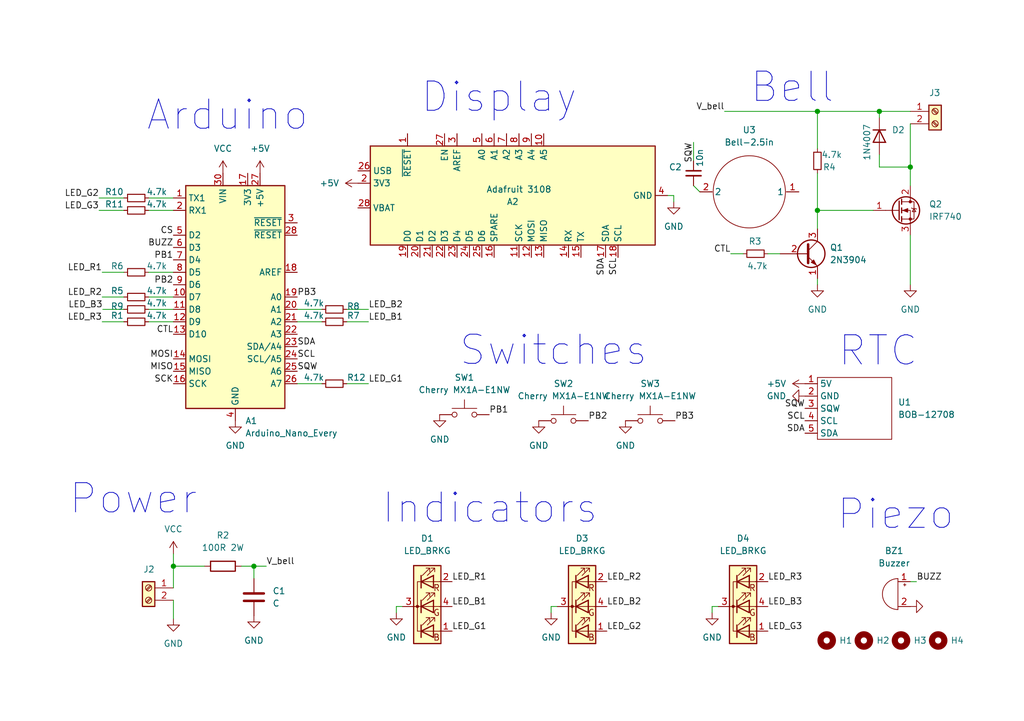
<source format=kicad_sch>
(kicad_sch (version 20211123) (generator eeschema)
  (paper "A5")
  (lib_symbols
    (symbol "Connector:Screw_Terminal_01x02" (pin_names (offset 1.016) hide)
      (property "Reference" "J" (at 0 2.54 0))
      (property "Value" "Screw_Terminal_01x02" (at 0 -5.08 0))
      (symbol "Screw_Terminal_01x02_1_1"
        (rectangle (start -1.27 1.27) (end 1.27 -3.81) (stroke (width 0.254)) (fill (type background)))
        (circle (center 0 -2.54) (radius 0.635) (stroke (width 0.1524)))
        (polyline (pts (xy -0.5334 -2.2098) (xy 0.3302 -3.048)) (stroke (width 0.1524)))
        (polyline (pts (xy -0.5334 0.3302) (xy 0.3302 -0.508)) (stroke (width 0.1524)))
        (polyline (pts (xy -0.3556 -2.032) (xy 0.508 -2.8702)) (stroke (width 0.1524)))
        (polyline (pts (xy -0.3556 0.508) (xy 0.508 -0.3302)) (stroke (width 0.1524)))
        (circle (center 0 0) (radius 0.635) (stroke (width 0.1524)))
        (pin passive line (at -5.08 0 0) (length 3.81) (name "Pin_1") (number "1"))
        (pin passive line (at -5.08 -2.54 0) (length 3.81) (name "Pin_2") (number "2"))
      )
    )
    (symbol "Device:Buzzer" (pin_names (offset 0.0254) hide)
      (property "Reference" "BZ" (at 3.81 1.27 0))
      (property "Value" "Buzzer" (at 3.81 -1.27 0))
      (symbol "Buzzer_0_1"
        (arc (start 0 -3.175) (mid 3.175 0) (end 0 3.175))
        (polyline (pts (xy -1.651 1.905) (xy -1.143 1.905)))
        (polyline (pts (xy -1.397 2.159) (xy -1.397 1.651)))
        (polyline (pts (xy 0 3.175) (xy 0 -3.175)))
      )
      (symbol "Buzzer_1_1"
        (pin passive line (at -2.54 2.54 0) (length 2.54) (name "-") (number "1"))
        (pin passive line (at -2.54 -2.54 0) (length 2.54) (name "+") (number "2"))
      )
    )
    (symbol "Device:C" (pin_numbers hide) (pin_names (offset 0.254))
      (property "Reference" "C" (at 0.635 2.54 0))
      (property "Value" "C" (at 0.635 -2.54 0))
      (symbol "C_0_1"
        (polyline (pts (xy -2.032 -0.762) (xy 2.032 -0.762)) (stroke (width 0.508)))
        (polyline (pts (xy -2.032 0.762) (xy 2.032 0.762)) (stroke (width 0.508)))
      )
      (symbol "C_1_1"
        (pin passive line (at 0 3.81 270) (length 2.794) (name "~") (number "1"))
        (pin passive line (at 0 -3.81 90) (length 2.794) (name "~") (number "2"))
      )
    )
    (symbol "Device:C_Small" (pin_numbers hide) (pin_names (offset 0.254) hide)
      (property "Reference" "C" (at 0.254 1.778 0))
      (property "Value" "C_Small" (at 0.254 -2.032 0))
      (symbol "C_Small_0_1"
        (polyline (pts (xy -1.524 -0.508) (xy 1.524 -0.508)) (stroke (width 0.3302)))
        (polyline (pts (xy -1.524 0.508) (xy 1.524 0.508)) (stroke (width 0.3048)))
      )
      (symbol "C_Small_1_1"
        (pin passive line (at 0 2.54 270) (length 2.032) (name "~") (number "1"))
        (pin passive line (at 0 -2.54 90) (length 2.032) (name "~") (number "2"))
      )
    )
    (symbol "Device:LED_BRKG" (pin_names (offset 0) hide)
      (property "Reference" "D" (at 0 9.398 0))
      (property "Value" "LED_BRKG" (at 0 -8.89 0))
      (symbol "LED_BRKG_0_0"
        (text "B" (at 1.905 -6.35 0) (effects (font (size 1.27 1.27))))
        (text "G" (at 1.905 -1.27 0) (effects (font (size 1.27 1.27))))
        (text "R" (at 1.905 3.81 0) (effects (font (size 1.27 1.27))))
      )
      (symbol "LED_BRKG_0_1"
        (circle (center -2.032 0) (radius 0.254) (fill (type outline)))
        (polyline (pts (xy -1.27 -5.08) (xy 1.27 -5.08)))
        (polyline (pts (xy -1.27 -3.81) (xy -1.27 -6.35)) (stroke (width 0.254)))
        (polyline (pts (xy -1.27 0) (xy -2.54 0)))
        (polyline (pts (xy -1.27 1.27) (xy -1.27 -1.27)) (stroke (width 0.254)))
        (polyline (pts (xy -1.27 5.08) (xy 1.27 5.08)))
        (polyline (pts (xy -1.27 6.35) (xy -1.27 3.81)) (stroke (width 0.254)))
        (polyline (pts (xy 1.27 -5.08) (xy 2.54 -5.08)))
        (polyline (pts (xy 1.27 0) (xy -1.27 0)))
        (polyline (pts (xy 1.27 0) (xy 2.54 0)))
        (polyline (pts (xy 1.27 5.08) (xy 2.54 5.08)))
        (polyline (pts (xy -1.27 1.27) (xy -1.27 -1.27) (xy -1.27 -1.27)))
        (polyline (pts (xy -1.27 6.35) (xy -1.27 3.81) (xy -1.27 3.81)))
        (polyline (pts (xy -1.27 5.08) (xy -2.032 5.08) (xy -2.032 -5.08) (xy -1.016 -5.08)))
        (polyline (pts (xy 1.27 -3.81) (xy 1.27 -6.35) (xy -1.27 -5.08) (xy 1.27 -3.81)) (stroke (width 0.254)))
        (polyline (pts (xy 1.27 1.27) (xy 1.27 -1.27) (xy -1.27 0) (xy 1.27 1.27)) (stroke (width 0.254)))
        (polyline (pts (xy 1.27 6.35) (xy 1.27 3.81) (xy -1.27 5.08) (xy 1.27 6.35)) (stroke (width 0.254)))
        (polyline (pts (xy -1.016 -3.81) (xy 0.508 -2.286) (xy -0.254 -2.286) (xy 0.508 -2.286) (xy 0.508 -3.048)))
        (polyline (pts (xy -1.016 1.27) (xy 0.508 2.794) (xy -0.254 2.794) (xy 0.508 2.794) (xy 0.508 2.032)))
        (polyline (pts (xy -1.016 6.35) (xy 0.508 7.874) (xy -0.254 7.874) (xy 0.508 7.874) (xy 0.508 7.112)))
        (polyline (pts (xy 0 -3.81) (xy 1.524 -2.286) (xy 0.762 -2.286) (xy 1.524 -2.286) (xy 1.524 -3.048)))
        (polyline (pts (xy 0 1.27) (xy 1.524 2.794) (xy 0.762 2.794) (xy 1.524 2.794) (xy 1.524 2.032)))
        (polyline (pts (xy 0 6.35) (xy 1.524 7.874) (xy 0.762 7.874) (xy 1.524 7.874) (xy 1.524 7.112)))
        (rectangle (start 1.27 -1.27) (end 1.27 1.27))
        (rectangle (start 1.27 1.27) (end 1.27 1.27))
        (rectangle (start 1.27 3.81) (end 1.27 6.35))
        (rectangle (start 1.27 6.35) (end 1.27 6.35))
        (rectangle (start 2.794 8.382) (end -2.794 -7.62) (stroke (width 0.254)) (fill (type background)))
      )
      (symbol "LED_BRKG_1_1"
        (pin passive line (at 5.08 -5.08 180) (length 2.54) (name "BA") (number "1"))
        (pin passive line (at 5.08 5.08 180) (length 2.54) (name "RA") (number "2"))
        (pin passive line (at -5.08 0 0) (length 2.54) (name "K") (number "3"))
        (pin passive line (at 5.08 0 180) (length 2.54) (name "GA") (number "4"))
      )
    )
    (symbol "Device:R" (pin_numbers hide) (pin_names (offset 0))
      (property "Reference" "R" (at 2.032 0 90))
      (property "Value" "R" (at 0 0 90))
      (symbol "R_0_1"
        (rectangle (start -1.016 -2.54) (end 1.016 2.54) (stroke (width 0.254)))
      )
      (symbol "R_1_1"
        (pin passive line (at 0 3.81 270) (length 1.27) (name "~") (number "1"))
        (pin passive line (at 0 -3.81 90) (length 1.27) (name "~") (number "2"))
      )
    )
    (symbol "Device:R_Small" (pin_numbers hide) (pin_names (offset 0.254) hide)
      (property "Reference" "R" (at 0.762 0.508 0))
      (property "Value" "R_Small" (at 0.762 -1.016 0))
      (symbol "R_Small_0_1"
        (rectangle (start -0.762 1.778) (end 0.762 -1.778) (stroke (width 0.2032)))
      )
      (symbol "R_Small_1_1"
        (pin passive line (at 0 2.54 270) (length 0.762) (name "~") (number "1"))
        (pin passive line (at 0 -2.54 90) (length 0.762) (name "~") (number "2"))
      )
    )
    (symbol "Diode:1N4007" (pin_numbers hide) (pin_names hide)
      (property "Reference" "D" (at 0 2.54 0))
      (property "Value" "1N4007" (at 0 -2.54 0))
      (symbol "1N4007_0_1"
        (polyline (pts (xy -1.27 1.27) (xy -1.27 -1.27)) (stroke (width 0.254)))
        (polyline (pts (xy 1.27 0) (xy -1.27 0)))
        (polyline (pts (xy 1.27 1.27) (xy 1.27 -1.27) (xy -1.27 0) (xy 1.27 1.27)) (stroke (width 0.254)))
      )
      (symbol "1N4007_1_1"
        (pin passive line (at -3.81 0 0) (length 2.54) (name "K") (number "1"))
        (pin passive line (at 3.81 0 180) (length 2.54) (name "A") (number "2"))
      )
    )
    (symbol "MCU_Module:Adafruit_Feather_Generic"
      (property "Reference" "A" (at -10.16 29.21 0))
      (property "Value" "Adafruit_Feather_Generic" (at 2.54 -31.75 0))
      (symbol "Adafruit_Feather_Generic_0_1"
        (rectangle (start -10.16 27.94) (end 10.16 -30.48) (stroke (width 0.254)) (fill (type background)))
      )
      (symbol "Adafruit_Feather_Generic_1_1"
        (pin input line (at 12.7 20.32 180) (length 2.54) (name "~{RESET}") (number "1"))
        (pin bidirectional line (at 12.7 -7.62 180) (length 2.54) (name "A5") (number "10"))
        (pin bidirectional line (at -12.7 -2.54 0) (length 2.54) (name "SCK") (number "11"))
        (pin bidirectional line (at -12.7 -5.08 0) (length 2.54) (name "MOSI") (number "12"))
        (pin bidirectional line (at -12.7 -7.62 0) (length 2.54) (name "MISO") (number "13"))
        (pin bidirectional line (at -12.7 -12.7 0) (length 2.54) (name "RX") (number "14"))
        (pin bidirectional line (at -12.7 -15.24 0) (length 2.54) (name "TX") (number "15"))
        (pin bidirectional line (at -12.7 2.54 0) (length 2.54) (name "SPARE") (number "16"))
        (pin bidirectional line (at -12.7 -20.32 0) (length 2.54) (name "SDA") (number "17"))
        (pin bidirectional line (at -12.7 -22.86 0) (length 2.54) (name "SCL") (number "18"))
        (pin bidirectional line (at -12.7 20.32 0) (length 2.54) (name "D0") (number "19"))
        (pin power_in line (at 2.54 30.48 270) (length 2.54) (name "3V3") (number "2"))
        (pin bidirectional line (at -12.7 17.78 0) (length 2.54) (name "D1") (number "20"))
        (pin bidirectional line (at -12.7 15.24 0) (length 2.54) (name "D2") (number "21"))
        (pin bidirectional line (at -12.7 12.7 0) (length 2.54) (name "D3") (number "22"))
        (pin bidirectional line (at -12.7 10.16 0) (length 2.54) (name "D4") (number "23"))
        (pin bidirectional line (at -12.7 7.62 0) (length 2.54) (name "D5") (number "24"))
        (pin bidirectional line (at -12.7 5.08 0) (length 2.54) (name "D6") (number "25"))
        (pin power_in line (at 5.08 30.48 270) (length 2.54) (name "USB") (number "26"))
        (pin input line (at 12.7 12.7 180) (length 2.54) (name "EN") (number "27"))
        (pin power_in line (at -2.54 30.48 270) (length 2.54) (name "VBAT") (number "28"))
        (pin input line (at 12.7 10.16 180) (length 2.54) (name "AREF") (number "3"))
        (pin power_in line (at 0 -33.02 90) (length 2.54) (name "GND") (number "4"))
        (pin bidirectional line (at 12.7 5.08 180) (length 2.54) (name "A0") (number "5"))
        (pin bidirectional line (at 12.7 2.54 180) (length 2.54) (name "A1") (number "6"))
        (pin bidirectional line (at 12.7 0 180) (length 2.54) (name "A2") (number "7"))
        (pin bidirectional line (at 12.7 -2.54 180) (length 2.54) (name "A3") (number "8"))
        (pin bidirectional line (at 12.7 -5.08 180) (length 2.54) (name "A4") (number "9"))
      )
    )
    (symbol "MCU_Module:Arduino_Nano_Every"
      (property "Reference" "A" (at -10.16 23.495 0))
      (property "Value" "Arduino_Nano_Every" (at 5.08 -24.13 0))
      (symbol "Arduino_Nano_Every_0_1"
        (rectangle (start -10.16 22.86) (end 10.16 -22.86) (stroke (width 0.254)) (fill (type background)))
      )
      (symbol "Arduino_Nano_Every_1_1"
        (pin bidirectional line (at -12.7 20.32 0) (length 2.54) (name "TX1") (number "1"))
        (pin bidirectional line (at -12.7 0 0) (length 2.54) (name "D7") (number "10"))
        (pin bidirectional line (at -12.7 -2.54 0) (length 2.54) (name "D8") (number "11"))
        (pin bidirectional line (at -12.7 -5.08 0) (length 2.54) (name "D9") (number "12"))
        (pin bidirectional line (at -12.7 -7.62 0) (length 2.54) (name "D10") (number "13"))
        (pin bidirectional line (at -12.7 -12.7 0) (length 2.54) (name "MOSI") (number "14"))
        (pin bidirectional line (at -12.7 -15.24 0) (length 2.54) (name "MISO") (number "15"))
        (pin bidirectional line (at -12.7 -17.78 0) (length 2.54) (name "SCK") (number "16"))
        (pin power_out line (at 2.54 25.4 270) (length 2.54) (name "3V3") (number "17"))
        (pin input line (at 12.7 5.08 180) (length 2.54) (name "AREF") (number "18"))
        (pin bidirectional line (at 12.7 0 180) (length 2.54) (name "A0") (number "19"))
        (pin bidirectional line (at -12.7 17.78 0) (length 2.54) (name "RX1") (number "2"))
        (pin bidirectional line (at 12.7 -2.54 180) (length 2.54) (name "A1") (number "20"))
        (pin bidirectional line (at 12.7 -5.08 180) (length 2.54) (name "A2") (number "21"))
        (pin bidirectional line (at 12.7 -7.62 180) (length 2.54) (name "A3") (number "22"))
        (pin bidirectional line (at 12.7 -10.16 180) (length 2.54) (name "SDA/A4") (number "23"))
        (pin bidirectional line (at 12.7 -12.7 180) (length 2.54) (name "SCL/A5") (number "24"))
        (pin bidirectional line (at 12.7 -15.24 180) (length 2.54) (name "A6") (number "25"))
        (pin bidirectional line (at 12.7 -17.78 180) (length 2.54) (name "A7") (number "26"))
        (pin power_out line (at 5.08 25.4 270) (length 2.54) (name "+5V") (number "27"))
        (pin input line (at 12.7 12.7 180) (length 2.54) (name "~{RESET}") (number "28"))
        (pin passive line (at 0 -25.4 90) (length 2.54) hide (name "GND") (number "29"))
        (pin input line (at 12.7 15.24 180) (length 2.54) (name "~{RESET}") (number "3"))
        (pin power_in line (at -2.54 25.4 270) (length 2.54) (name "VIN") (number "30"))
        (pin power_in line (at 0 -25.4 90) (length 2.54) (name "GND") (number "4"))
        (pin bidirectional line (at -12.7 12.7 0) (length 2.54) (name "D2") (number "5"))
        (pin bidirectional line (at -12.7 10.16 0) (length 2.54) (name "D3") (number "6"))
        (pin bidirectional line (at -12.7 7.62 0) (length 2.54) (name "D4") (number "7"))
        (pin bidirectional line (at -12.7 5.08 0) (length 2.54) (name "D5") (number "8"))
        (pin bidirectional line (at -12.7 2.54 0) (length 2.54) (name "D6") (number "9"))
      )
    )
    (symbol "Mechanical:MountingHole" (pin_names (offset 1.016))
      (property "Reference" "H" (at 0 5.08 0))
      (property "Value" "MountingHole" (at 0 3.175 0))
      (symbol "MountingHole_0_1"
        (circle (center 0 0) (radius 1.27) (stroke (width 1.27)))
      )
    )
    (symbol "Misc:Bell-2.5in"
      (property "Reference" "U" (at 0 0 0))
      (property "Value" "Bell-2.5in" (at 0 3.81 0))
      (symbol "Bell-2.5in_0_1"
        (circle (center 0 0) (radius 7.4053))
      )
      (symbol "Bell-2.5in_1_1"
        (pin input line (at 10.16 0 180) (length 2.54) (name "1") (number "1"))
        (pin input line (at -10.16 0 0) (length 2.54) (name "2") (number "2"))
      )
    )
    (symbol "SparkFun:BOB-12708"
      (property "Reference" "U" (at 10.16 0 0))
      (property "Value" "BOB-12708" (at 16.51 -7.62 90))
      (symbol "BOB-12708_0_1"
        (rectangle (start 2.54 -1.27) (end 17.78 -13.97))
      )
      (symbol "BOB-12708_1_1"
        (pin input line (at 0 -2.54 0) (length 2.54) (name "5V") (number "1"))
        (pin input line (at 0 -5.08 0) (length 2.54) (name "GND") (number "2"))
        (pin input line (at 0 -7.62 0) (length 2.54) (name "SQW") (number "3"))
        (pin input line (at 0 -10.16 0) (length 2.54) (name "SCL") (number "4"))
        (pin input line (at 0 -12.7 0) (length 2.54) (name "SDA") (number "5"))
      )
    )
    (symbol "Switch:SW_Push" (pin_numbers hide) (pin_names (offset 1.016) hide)
      (property "Reference" "SW" (at 1.27 2.54 0))
      (property "Value" "SW_Push" (at 0 -1.524 0))
      (symbol "SW_Push_0_1"
        (circle (center -2.032 0) (radius 0.508))
        (polyline (pts (xy 0 1.27) (xy 0 3.048)))
        (polyline (pts (xy 2.54 1.27) (xy -2.54 1.27)))
        (circle (center 2.032 0) (radius 0.508))
        (pin passive line (at -5.08 0 0) (length 2.54) (name "1") (number "1"))
        (pin passive line (at 5.08 0 180) (length 2.54) (name "2") (number "2"))
      )
    )
    (symbol "Transistor_BJT:2N3904" (pin_names (offset 0) hide)
      (property "Reference" "Q" (at 5.08 1.905 0))
      (property "Value" "2N3904" (at 5.08 0 0))
      (symbol "2N3904_0_1"
        (polyline (pts (xy 0.635 0.635) (xy 2.54 2.54)))
        (polyline (pts (xy 0.635 -0.635) (xy 2.54 -2.54) (xy 2.54 -2.54)))
        (polyline (pts (xy 0.635 1.905) (xy 0.635 -1.905) (xy 0.635 -1.905)) (stroke (width 0.508)))
        (polyline (pts (xy 1.27 -1.778) (xy 1.778 -1.27) (xy 2.286 -2.286) (xy 1.27 -1.778) (xy 1.27 -1.778)) (fill (type outline)))
        (circle (center 1.27 0) (radius 2.8194) (stroke (width 0.254)))
      )
      (symbol "2N3904_1_1"
        (pin passive line (at 2.54 -5.08 90) (length 2.54) (name "E") (number "1"))
        (pin passive line (at -5.08 0 0) (length 5.715) (name "B") (number "2"))
        (pin passive line (at 2.54 5.08 270) (length 2.54) (name "C") (number "3"))
      )
    )
    (symbol "Transistor_FET:IRF740" (pin_names hide)
      (property "Reference" "Q" (at 6.35 1.905 0))
      (property "Value" "IRF740" (at 6.35 0 0))
      (symbol "IRF740_0_1"
        (polyline (pts (xy 0.254 0) (xy -2.54 0)))
        (polyline (pts (xy 0.254 1.905) (xy 0.254 -1.905)) (stroke (width 0.254)))
        (polyline (pts (xy 0.762 -1.27) (xy 0.762 -2.286)) (stroke (width 0.254)))
        (polyline (pts (xy 0.762 0.508) (xy 0.762 -0.508)) (stroke (width 0.254)))
        (polyline (pts (xy 0.762 2.286) (xy 0.762 1.27)) (stroke (width 0.254)))
        (polyline (pts (xy 2.54 2.54) (xy 2.54 1.778)))
        (polyline (pts (xy 2.54 -2.54) (xy 2.54 0) (xy 0.762 0)))
        (polyline (pts (xy 0.762 -1.778) (xy 3.302 -1.778) (xy 3.302 1.778) (xy 0.762 1.778)))
        (polyline (pts (xy 1.016 0) (xy 2.032 0.381) (xy 2.032 -0.381) (xy 1.016 0)) (fill (type outline)))
        (polyline (pts (xy 2.794 0.508) (xy 2.921 0.381) (xy 3.683 0.381) (xy 3.81 0.254)))
        (polyline (pts (xy 3.302 0.381) (xy 2.921 -0.254) (xy 3.683 -0.254) (xy 3.302 0.381)))
        (circle (center 1.651 0) (radius 2.794) (stroke (width 0.254)))
        (circle (center 2.54 -1.778) (radius 0.254) (fill (type outline)))
        (circle (center 2.54 1.778) (radius 0.254) (fill (type outline)))
      )
      (symbol "IRF740_1_1"
        (pin input line (at -5.08 0 0) (length 2.54) (name "G") (number "1"))
        (pin passive line (at 2.54 5.08 270) (length 2.54) (name "D") (number "2"))
        (pin passive line (at 2.54 -5.08 90) (length 2.54) (name "S") (number "3"))
      )
    )
    (symbol "power:+5V" (power) (pin_names (offset 0))
      (property "Value" "+5V" (at 0 3.556 0))
      (symbol "+5V_0_1"
        (polyline (pts (xy -0.762 1.27) (xy 0 2.54)))
        (polyline (pts (xy 0 0) (xy 0 2.54)))
        (polyline (pts (xy 0 2.54) (xy 0.762 1.27)))
      )
      (symbol "+5V_1_1"
        (pin power_in line (at 0 0 90) (length 0) hide (name "+5V") (number "1"))
      )
    )
    (symbol "power:GND" (power) (pin_names (offset 0))
      (property "Value" "GND" (at 0 -3.81 0))
      (symbol "GND_0_1"
        (polyline (pts (xy 0 0) (xy 0 -1.27) (xy 1.27 -1.27) (xy 0 -2.54) (xy -1.27 -1.27) (xy 0 -1.27)))
      )
      (symbol "GND_1_1"
        (pin power_in line (at 0 0 270) (length 0) hide (name "GND") (number "1"))
      )
    )
    (symbol "power:VCC" (power) (pin_names (offset 0))
      (property "Value" "VCC" (at 0 3.81 0))
      (symbol "VCC_0_1"
        (polyline (pts (xy -0.762 1.27) (xy 0 2.54)))
        (polyline (pts (xy 0 0) (xy 0 2.54)))
        (polyline (pts (xy 0 2.54) (xy 0.762 1.27)))
      )
      (symbol "VCC_1_1"
        (pin power_in line (at 0 0 90) (length 0) hide (name "VCC") (number "1"))
      )
    )
  )
  (junction (at 35.56 116.205))
  (junction (at 52.07 116.205))
  (junction (at 180.34 22.86))
  (junction (at 167.64 43.18))
  (junction (at 186.69 34.29))
  (junction (at 167.64 22.86))
  (wire (pts (xy 20.955 55.88) (xy 25.4 55.88)))
  (wire (pts (xy 187.96 119.38) (xy 186.69 119.38)))
  (wire (pts (xy 20.32 43.18) (xy 25.4 43.18)))
  (wire (pts (xy 52.07 118.745) (xy 52.07 116.205)))
  (wire (pts (xy 30.48 63.5) (xy 35.56 63.5)))
  (wire (pts (xy 30.48 55.88) (xy 35.56 55.88)))
  (wire (pts (xy 81.28 125.73) (xy 81.28 124.46)))
  (wire (pts (xy 75.565 78.74) (xy 71.12 78.74)))
  (wire (pts (xy 167.64 43.18) (xy 167.64 46.99)))
  (wire (pts (xy 148.59 22.86) (xy 167.64 22.86)))
  (wire (pts (xy 75.565 66.04) (xy 71.12 66.04)))
  (wire (pts (xy 180.34 22.86) (xy 186.69 22.86)))
  (wire (pts (xy 66.04 78.74) (xy 60.96 78.74)))
  (wire (pts (xy 52.07 116.205) (xy 49.53 116.205)))
  (wire (pts (xy 113.03 125.73) (xy 113.03 124.46)))
  (wire (pts (xy 167.64 57.15) (xy 167.64 58.42)))
  (wire (pts (xy 20.955 66.04) (xy 25.4 66.04)))
  (wire (pts (xy 180.34 31.75) (xy 180.34 34.29)))
  (wire (pts (xy 142.24 29.21) (xy 142.24 33.02)))
  (wire (pts (xy 35.56 116.205) (xy 35.56 120.65)))
  (wire (pts (xy 20.32 40.64) (xy 25.4 40.64)))
  (wire (pts (xy 186.69 34.29) (xy 186.69 38.1)))
  (wire (pts (xy 20.955 60.96) (xy 25.4 60.96)))
  (wire (pts (xy 30.48 66.04) (xy 35.56 66.04)))
  (wire (pts (xy 180.34 34.29) (xy 186.69 34.29)))
  (wire (pts (xy 35.56 116.205) (xy 35.56 113.665)))
  (wire (pts (xy 30.48 43.18) (xy 35.56 43.18)))
  (wire (pts (xy 138.176 40.132) (xy 138.176 41.402)))
  (wire (pts (xy 186.69 25.4) (xy 186.69 34.29)))
  (wire (pts (xy 167.64 22.86) (xy 180.34 22.86)))
  (wire (pts (xy 66.04 63.5) (xy 60.96 63.5)))
  (wire (pts (xy 66.04 66.04) (xy 60.96 66.04)))
  (wire (pts (xy 35.56 116.205) (xy 41.91 116.205)))
  (wire (pts (xy 180.34 24.13) (xy 180.34 22.86)))
  (wire (pts (xy 21.082 63.5) (xy 25.4 63.5)))
  (wire (pts (xy 149.86 52.07) (xy 152.4 52.07)))
  (wire (pts (xy 113.03 124.46) (xy 114.3 124.46)))
  (wire (pts (xy 75.565 63.5) (xy 71.12 63.5)))
  (wire (pts (xy 157.48 52.07) (xy 160.02 52.07)))
  (wire (pts (xy 167.64 43.18) (xy 179.07 43.18)))
  (wire (pts (xy 146.05 125.73) (xy 146.05 124.46)))
  (wire (pts (xy 146.05 124.46) (xy 147.32 124.46)))
  (wire (pts (xy 30.48 60.96) (xy 35.56 60.96)))
  (wire (pts (xy 35.56 123.19) (xy 35.56 127)))
  (wire (pts (xy 167.64 30.48) (xy 167.64 22.86)))
  (wire (pts (xy 81.28 124.46) (xy 82.55 124.46)))
  (wire (pts (xy 136.906 40.132) (xy 138.176 40.132)))
  (wire (pts (xy 167.64 35.56) (xy 167.64 43.18)))
  (wire (pts (xy 30.48 40.64) (xy 35.56 40.64)))
  (wire (pts (xy 186.69 48.26) (xy 186.69 58.42)))
  (wire (pts (xy 52.07 116.205) (xy 54.61 116.205)))
  (wire (pts (xy 142.24 38.1) (xy 143.51 39.37)))
  (text "Bell" (at 153.67 21.59 0) (effects (font (size 6 6)) (justify left bottom)))
  (text "Switches" (at 93.98 75.565 0) (effects (font (size 6 6)) (justify left bottom)))
  (text "RTC" (at 171.704 75.692 0) (effects (font (size 6 6)) (justify left bottom)))
  (text "Indicators" (at 78.105 107.95 0) (effects (font (size 6 6)) (justify left bottom)))
  (text "Display" (at 86.106 23.622 0) (effects (font (size 6 6)) (justify left bottom)))
  (text "Piezo" (at 171.45 109.22 0) (effects (font (size 6 6)) (justify left bottom)))
  (text "Power" (at 13.97 106.045 0) (effects (font (size 6 6)) (justify left bottom)))
  (text "Arduino" (at 29.845 27.305 0) (effects (font (size 6 6)) (justify left bottom)))
  (label "SQW" (at 60.96 76.2 0))
  (label "CTL" (at 35.56 68.58 180))
  (label "PB3" (at 138.43 86.36 0))
  (label "LED_G3" (at 157.48 129.54 0))
  (label "CS" (at 35.56 48.26 180))
  (label "LED_G2" (at 124.46 129.54 0))
  (label "SCL" (at 60.96 73.66 0))
  (label "LED_R1" (at 92.71 119.38 0))
  (label "LED_B2" (at 124.46 124.46 0))
  (label "V_bell" (at 54.61 116.205 0))
  (label "PB2" (at 35.56 58.42 180))
  (label "LED_G1" (at 75.565 78.74 0))
  (label "LED_R3" (at 20.955 66.04 180))
  (label "LED_B2" (at 75.565 63.5 0))
  (label "SDA" (at 124.206 52.832 270))
  (label "MISO" (at 35.56 76.2 180))
  (label "SCL" (at 126.746 52.832 270))
  (label "MOSI" (at 35.56 73.66 180))
  (label "LED_G2" (at 20.32 40.64 180))
  (label "PB1" (at 35.56 53.34 180))
  (label "SCK" (at 35.56 78.74 180))
  (label "LED_B3" (at 157.48 124.46 0))
  (label "V_bell" (at 148.59 22.86 180))
  (label "SDA" (at 165.1 88.9 180))
  (label "LED_R3" (at 157.48 119.38 0))
  (label "LED_R2" (at 124.46 119.38 0))
  (label "LED_B3" (at 21.082 63.5 180))
  (label "PB1" (at 100.33 85.09 0))
  (label "SQW" (at 165.1 83.82 180))
  (label "LED_R1" (at 20.955 55.88 180))
  (label "BUZZ" (at 35.56 50.8 180))
  (label "SQW" (at 142.24 29.21 270))
  (label "LED_G1" (at 92.71 129.54 0))
  (label "LED_R2" (at 20.955 60.96 180))
  (label "PB2" (at 120.65 86.36 0))
  (label "SCL" (at 165.1 86.36 180))
  (label "CTL" (at 149.86 52.07 180))
  (label "LED_B1" (at 92.71 124.46 0))
  (label "LED_G3" (at 20.32 43.18 180))
  (label "PB3" (at 60.96 60.96 0))
  (label "SDA" (at 60.96 71.12 0))
  (label "BUZZ" (at 187.96 119.38 0))
  (label "LED_B1" (at 75.565 66.04 0))
  (symbol (lib_id "Device:R_Small") (at 154.94 52.07 90) (unit 1)
    (property "Reference" "R3" (at 156.21 49.53 90) (effects (justify left)))
    (property "Value" "4.7k" (at 157.48 54.61 90) (effects (justify left)))
    (property "Footprint" "Resistor_THT:R_Axial_DIN0207_L6.3mm_D2.5mm_P10.16mm_Horizontal" (effects hide))
  )
  (symbol (lib_id "Connector:Screw_Terminal_01x02") (at 191.77 22.86 0) (unit 1)
    (property "Reference" "J3" (at 190.5 19.05 0) (effects (justify left)))
    (property "Value" "Screw_Terminal_01x02" (effects hide))
    (property "Footprint" "TerminalBlock:TerminalBlock_bornier-2_P5.08mm" (effects hide))
    (property "DK" "ED2609-ND" (effects hide))
  )
  (symbol (lib_id "Device:R_Small") (at 27.94 40.64 90) (unit 1)
    (property "Reference" "R10" (at 25.4 39.37 90) (effects (justify left)))
    (property "Value" "4.7k" (at 34.29 39.37 90) (effects (justify left)))
    (property "Footprint" "Resistor_THT:R_Axial_DIN0207_L6.3mm_D2.5mm_P7.62mm_Horizontal" (effects hide))
  )
  (symbol (lib_id "Connector:Screw_Terminal_01x02") (at 30.48 120.65 0) (mirror y) (unit 1)
    (property "Reference" "J2" (at 31.75 116.84 0) (effects (justify left)))
    (property "Value" "Screw_Terminal_01x02" (effects hide))
    (property "Footprint" "TerminalBlock:TerminalBlock_bornier-2_P5.08mm" (effects hide))
    (property "DK" "ED2609-ND" (effects hide))
  )
  (symbol (lib_id "power:GND") (at 138.176 41.402 0) (unit 1)
    (property "Reference" "#PWR0104" (effects hide))
    (property "Value" "GND" (at 138.176 46.482 0))
  )
  (symbol (lib_id "Device:R_Small") (at 68.58 63.5 270) (unit 1)
    (property "Reference" "R8" (at 71.12 62.865 90) (effects (justify left)))
    (property "Value" "4.7k" (at 62.23 62.23 90) (effects (justify left)))
    (property "Footprint" "Resistor_THT:R_Axial_DIN0207_L6.3mm_D2.5mm_P10.16mm_Horizontal" (effects hide))
  )
  (symbol (lib_id "Device:Buzzer") (at 184.15 121.92 0) (mirror y) (unit 1)
    (property "Reference" "BZ1" (at 183.388 113.03 0))
    (property "Value" "Buzzer" (at 183.388 115.57 0))
    (property "Footprint" "Capacitor_THT:CP_Radial_Tantal_D10.5mm_P5.00mm" (effects hide))
    (property "DK" "490-4698-1-ND" (effects hide))
  )
  (symbol (lib_id "power:GND") (at 35.56 127 0) (unit 1)
    (property "Reference" "#PWR0113" (effects hide))
    (property "Value" "GND" (at 35.56 132.08 0))
  )
  (symbol (lib_id "Device:R_Small") (at 68.58 66.04 270) (unit 1)
    (property "Reference" "R7" (at 71.12 64.77 90) (effects (justify left)))
    (property "Value" "4.7k" (at 62.23 64.77 90) (effects (justify left)))
    (property "Footprint" "Resistor_THT:R_Axial_DIN0207_L6.3mm_D2.5mm_P10.16mm_Horizontal" (effects hide))
  )
  (symbol (lib_id "Device:R_Small") (at 27.94 63.5 90) (mirror x) (unit 1)
    (property "Reference" "R9" (at 25.4 62.865 90) (effects (justify left)))
    (property "Value" "4.7k" (at 34.29 62.23 90) (effects (justify left)))
    (property "Footprint" "Resistor_THT:R_Axial_DIN0207_L6.3mm_D2.5mm_P10.16mm_Horizontal" (effects hide))
  )
  (symbol (lib_id "power:GND") (at 52.07 126.365 0) (unit 1)
    (property "Reference" "#PWR0116" (effects hide))
    (property "Value" "GND" (at 52.07 131.445 0))
  )
  (symbol (lib_id "Device:C_Small") (at 142.24 35.56 0) (unit 1)
    (property "Reference" "C2" (at 137.16 34.29 0) (effects (justify left)))
    (property "Value" "10n" (at 143.51 34.29 90) (effects (justify left)))
    (property "Footprint" "Capacitor_THT:CP_Axial_L10.0mm_D4.5mm_P15.00mm_Horizontal" (effects hide))
  )
  (symbol (lib_id "Device:LED_BRKG") (at 152.4 124.46 0) (unit 1)
    (property "Reference" "D4" (at 152.4 110.49 0))
    (property "Value" "LED_BRKG" (at 152.4 113.03 0))
    (property "Footprint" "LED_THT:LED_D5.0mm-4_RGB" (effects hide))
  )
  (symbol (lib_id "power:GND") (at 128.27 86.36 0) (unit 1)
    (property "Reference" "#PWR0126" (effects hide))
    (property "Value" "GND" (at 128.27 91.44 0))
  )
  (symbol (lib_id "power:GND") (at 165.1 81.28 270) (mirror x) (unit 1)
    (property "Reference" "#PWR0103" (effects hide))
    (property "Value" "GND" (at 161.29 81.2801 90) (effects (justify right)))
  )
  (symbol (lib_id "MCU_Module:Adafruit_Feather_Generic") (at 103.886 40.132 90) (unit 1)
    (property "Reference" "A2" (at 105.156 41.402 90))
    (property "Value" "Adafruit 3108" (at 106.426 38.862 90))
    (property "Footprint" "Module:Adafruit_Feather" (effects hide))
    (property "Datasheet" "https://cdn-learn.adafruit.com/downloads/pdf/adafruit-feather.pdf" (effects hide))
  )
  (symbol (lib_id "Switch:SW_Push") (at 95.25 85.09 0) (unit 1)
    (property "Reference" "SW1" (at 95.25 77.47 0))
    (property "Value" "Cherry MX1A-E1NW" (at 95.25 80.01 0))
    (property "Footprint" "Button_Switch_Keyboard:SW_Cherry_MX_1.00u_PCB" (effects hide))
    (property "DK" "CH197-ND" (effects hide))
  )
  (symbol (lib_id "SparkFun:BOB-12708") (at 165.1 76.2 0) (unit 1)
    (property "Reference" "U1" (at 184.15 82.5499 0) (effects (justify left)))
    (property "Value" "BOB-12708" (at 184.15 85.0899 0) (effects (justify left)))
    (property "Footprint" "SparkFun:BOB-12708" (effects hide))
  )
  (symbol (lib_id "Switch:SW_Push") (at 133.35 86.36 0) (unit 1)
    (property "Reference" "SW3" (at 133.35 78.74 0))
    (property "Value" "Cherry MX1A-E1NW" (at 133.35 81.28 0))
    (property "Footprint" "Button_Switch_Keyboard:SW_Cherry_MX_1.00u_PCB" (effects hide))
    (property "DK" "CH197-ND" (effects hide))
  )
  (symbol (lib_id "Transistor_BJT:2N3904") (at 165.1 52.07 0) (unit 1)
    (property "Reference" "Q1" (at 170.18 50.7999 0) (effects (justify left)))
    (property "Value" "2N3904" (at 170.18 53.3399 0) (effects (justify left)))
    (property "Footprint" "Package_TO_SOT_THT:TO-92_Inline" (effects hide))
    (property "Datasheet" "https://www.onsemi.com/pub/Collateral/2N3903-D.PDF" (effects hide))
    (property "DK" "2N3904FS-ND" (effects hide))
  )
  (symbol (lib_id "Device:LED_BRKG") (at 119.38 124.46 0) (unit 1)
    (property "Reference" "D3" (at 119.38 110.49 0))
    (property "Value" "LED_BRKG" (at 119.38 113.03 0))
    (property "Footprint" "LED_THT:LED_D5.0mm-4_RGB" (effects hide))
  )
  (symbol (lib_id "power:+5V") (at 73.406 37.592 90) (unit 1)
    (property "Reference" "#PWR0105" (effects hide))
    (property "Value" "+5V" (at 69.596 37.5919 90) (effects (justify left)))
  )
  (symbol (lib_id "power:GND") (at 113.03 125.73 0) (unit 1)
    (property "Reference" "#PWR0115" (effects hide))
    (property "Value" "GND" (at 113.03 130.81 0))
  )
  (symbol (lib_id "power:GND") (at 90.17 85.09 0) (unit 1)
    (property "Reference" "#PWR0110" (effects hide))
    (property "Value" "GND" (at 90.17 90.17 0))
  )
  (symbol (lib_id "Device:R_Small") (at 27.94 43.18 90) (unit 1)
    (property "Reference" "R11" (at 25.4 41.91 90) (effects (justify left)))
    (property "Value" "4.7k" (at 34.29 41.91 90) (effects (justify left)))
    (property "Footprint" "Resistor_THT:R_Axial_DIN0207_L6.3mm_D2.5mm_P10.16mm_Horizontal" (effects hide))
  )
  (symbol (lib_id "Device:R_Small") (at 68.58 78.74 270) (unit 1)
    (property "Reference" "R12" (at 71.12 77.47 90) (effects (justify left)))
    (property "Value" "4.7k" (at 62.23 77.47 90) (effects (justify left)))
    (property "Footprint" "Resistor_THT:R_Axial_DIN0207_L6.3mm_D2.5mm_P10.16mm_Horizontal" (effects hide))
  )
  (symbol (lib_id "Device:R_Small") (at 27.94 66.04 90) (unit 1)
    (property "Reference" "R1" (at 25.4 64.77 90) (effects (justify left)))
    (property "Value" "4.7k" (at 34.29 64.77 90) (effects (justify left)))
    (property "Footprint" "Resistor_THT:R_Axial_DIN0207_L6.3mm_D2.5mm_P10.16mm_Horizontal" (effects hide))
  )
  (symbol (lib_id "Mechanical:MountingHole") (at 184.785 131.445 90) (unit 1)
    (property "Reference" "H3" (at 187.325 131.4449 90) (effects (justify right)))
    (property "Value" "MountingHole" (effects hide))
    (property "Footprint" "MountingHole:MountingHole_3.2mm_M3" (effects hide))
  )
  (symbol (lib_id "Mechanical:MountingHole") (at 169.545 131.445 90) (unit 1)
    (property "Reference" "H1" (at 172.085 131.4449 90) (effects (justify right)))
    (property "Value" "MountingHole" (effects hide))
    (property "Footprint" "MountingHole:MountingHole_3.2mm_M3" (effects hide))
  )
  (symbol (lib_id "Device:R") (at 45.72 116.205 90) (unit 1)
    (property "Reference" "R2" (at 45.72 109.855 90))
    (property "Value" "100R 2W" (at 45.72 112.395 90))
    (property "Footprint" "Resistor_THT:R_Axial_DIN0414_L11.9mm_D4.5mm_P15.24mm_Horizontal" (effects hide))
    (property "DK" "RSMF2JT100RCT-ND" (effects hide))
  )
  (symbol (lib_id "power:GND") (at 186.69 58.42 0) (unit 1)
    (property "Reference" "#PWR0119" (effects hide))
    (property "Value" "GND" (at 186.69 63.5 0))
  )
  (symbol (lib_id "power:GND") (at 167.64 58.42 0) (unit 1)
    (property "Reference" "#PWR0118" (effects hide))
    (property "Value" "GND" (at 167.64 63.5 0))
  )
  (symbol (lib_id "Transistor_FET:IRF740") (at 184.15 43.18 0) (unit 1)
    (property "Reference" "Q2" (at 190.5 41.9099 0) (effects (justify left)))
    (property "Value" "IRF740" (at 190.5 44.4499 0) (effects (justify left)))
    (property "Footprint" "Package_TO_SOT_THT:TO-220-3_Horizontal_TabDown" (effects hide))
    (property "Datasheet" "http://www.vishay.com/docs/91054/91054.pdf" (effects hide))
    (property "DK" "IRF740PBF-ND" (effects hide))
  )
  (symbol (lib_id "Device:LED_BRKG") (at 87.63 124.46 0) (unit 1)
    (property "Reference" "D1" (at 87.63 110.49 0))
    (property "Value" "LED_BRKG" (at 87.63 113.03 0))
    (property "Footprint" "LED_THT:LED_D5.0mm-4_RGB" (effects hide))
  )
  (symbol (lib_id "power:+5V") (at 53.34 35.56 0) (unit 1)
    (property "Reference" "#PWR0109" (effects hide))
    (property "Value" "+5V" (at 53.34 30.48 0))
  )
  (symbol (lib_id "Misc:Bell-2.5in") (at 153.67 39.37 0) (unit 1)
    (property "Reference" "U3" (at 153.67 26.67 0))
    (property "Value" "Bell-2.5in" (at 153.67 29.21 0))
    (property "Footprint" "Misc:Bell-2.5in" (effects hide))
  )
  (symbol (lib_id "power:GND") (at 186.69 124.46 90) (unit 1)
    (property "Reference" "#PWR0117" (effects hide))
    (property "Value" "GND" (effects hide))
  )
  (symbol (lib_id "Device:C") (at 52.07 122.555 0) (unit 1)
    (property "Reference" "C1" (at 55.88 121.2849 0) (effects (justify left)))
    (property "Value" "C" (at 55.88 123.8249 0) (effects (justify left)))
    (property "Footprint" "Capacitor_THT:CP_Radial_D10.0mm_P5.00mm" (effects hide))
    (property "DK" "1189-1583-1-ND" (effects hide))
  )
  (symbol (lib_id "power:GND") (at 146.05 125.73 0) (unit 1)
    (property "Reference" "#PWR0120" (effects hide))
    (property "Value" "GND" (at 146.05 130.81 0))
  )
  (symbol (lib_id "power:GND") (at 48.26 86.36 0) (unit 1)
    (property "Reference" "#PWR0101" (effects hide))
    (property "Value" "GND" (at 48.26 91.44 0))
  )
  (symbol (lib_id "power:GND") (at 110.49 86.36 0) (unit 1)
    (property "Reference" "#PWR0111" (effects hide))
    (property "Value" "GND" (at 110.49 91.44 0))
  )
  (symbol (lib_id "Device:R_Small") (at 27.94 60.96 90) (unit 1)
    (property "Reference" "R5" (at 25.4 59.69 90) (effects (justify left)))
    (property "Value" "4.7k" (at 34.29 59.69 90) (effects (justify left)))
    (property "Footprint" "Resistor_THT:R_Axial_DIN0207_L6.3mm_D2.5mm_P10.16mm_Horizontal" (effects hide))
  )
  (symbol (lib_id "Mechanical:MountingHole") (at 192.405 131.445 90) (unit 1)
    (property "Reference" "H4" (at 194.945 131.4449 90) (effects (justify right)))
    (property "Value" "MountingHole" (effects hide))
    (property "Footprint" "MountingHole:MountingHole_3.2mm_M3" (effects hide))
  )
  (symbol (lib_id "power:GND") (at 81.28 125.73 0) (unit 1)
    (property "Reference" "#PWR0112" (effects hide))
    (property "Value" "GND" (at 81.28 130.81 0))
  )
  (symbol (lib_id "power:VCC") (at 45.72 35.56 0) (unit 1)
    (property "Reference" "#PWR0108" (effects hide))
    (property "Value" "VCC" (at 45.72 30.48 0))
  )
  (symbol (lib_id "MCU_Module:Arduino_Nano_Every") (at 48.26 60.96 0) (unit 1)
    (property "Reference" "A1" (at 50.2794 86.36 0) (effects (justify left)))
    (property "Value" "Arduino_Nano_Every" (at 50.2794 88.9 0) (effects (justify left)))
    (property "Footprint" "Module:Arduino_Nano" (effects hide))
    (property "Datasheet" "https://content.arduino.cc/assets/NANOEveryV3.0_sch.pdf" (effects hide))
  )
  (symbol (lib_id "Device:R_Small") (at 27.94 55.88 90) (unit 1)
    (property "Reference" "R6" (at 25.4 54.61 90) (effects (justify left)))
    (property "Value" "4.7k" (at 34.29 54.61 90) (effects (justify left)))
    (property "Footprint" "Resistor_THT:R_Axial_DIN0207_L6.3mm_D2.5mm_P10.16mm_Horizontal" (effects hide))
  )
  (symbol (lib_id "Mechanical:MountingHole") (at 177.165 131.445 90) (unit 1)
    (property "Reference" "H2" (at 179.705 131.4449 90) (effects (justify right)))
    (property "Value" "MountingHole" (effects hide))
    (property "Footprint" "MountingHole:MountingHole_3.2mm_M3" (effects hide))
  )
  (symbol (lib_id "power:+5V") (at 165.1 78.74 90) (mirror x) (unit 1)
    (property "Reference" "#PWR0102" (effects hide))
    (property "Value" "+5V" (at 161.29 78.7399 90) (effects (justify left)))
  )
  (symbol (lib_id "Switch:SW_Push") (at 115.57 86.36 0) (unit 1)
    (property "Reference" "SW2" (at 115.57 78.74 0))
    (property "Value" "Cherry MX1A-E1NW" (at 115.57 81.28 0))
    (property "Footprint" "Button_Switch_Keyboard:SW_Cherry_MX_1.00u_PCB" (effects hide))
    (property "DK" "CH197-ND" (effects hide))
  )
  (symbol (lib_id "Diode:1N4007") (at 180.34 27.94 270) (unit 1)
    (property "Reference" "D2" (at 182.88 26.6699 90) (effects (justify left)))
    (property "Value" "1N4007" (at 177.8 25.4 0) (effects (justify left)))
    (property "Footprint" "Diode_THT:D_DO-41_SOD81_P10.16mm_Horizontal" (effects hide))
    (property "Datasheet" "http://www.vishay.com/docs/88503/1n4001.pdf" (effects hide))
    (property "DK" "4878-1N4007CT-ND" (effects hide))
  )
  (symbol (lib_id "power:VCC") (at 35.56 113.665 0) (unit 1)
    (property "Reference" "#PWR0114" (effects hide))
    (property "Value" "VCC" (at 35.56 108.585 0))
  )
  (symbol (lib_id "Device:R_Small") (at 167.64 33.02 180) (unit 1)
    (property "Reference" "R4" (at 171.45 34.29 0) (effects (justify left)))
    (property "Value" "4.7k" (at 172.72 31.75 0) (effects (justify left)))
    (property "Footprint" "Resistor_THT:R_Axial_DIN0207_L6.3mm_D2.5mm_P10.16mm_Horizontal" (effects hide))
  )
)
</source>
